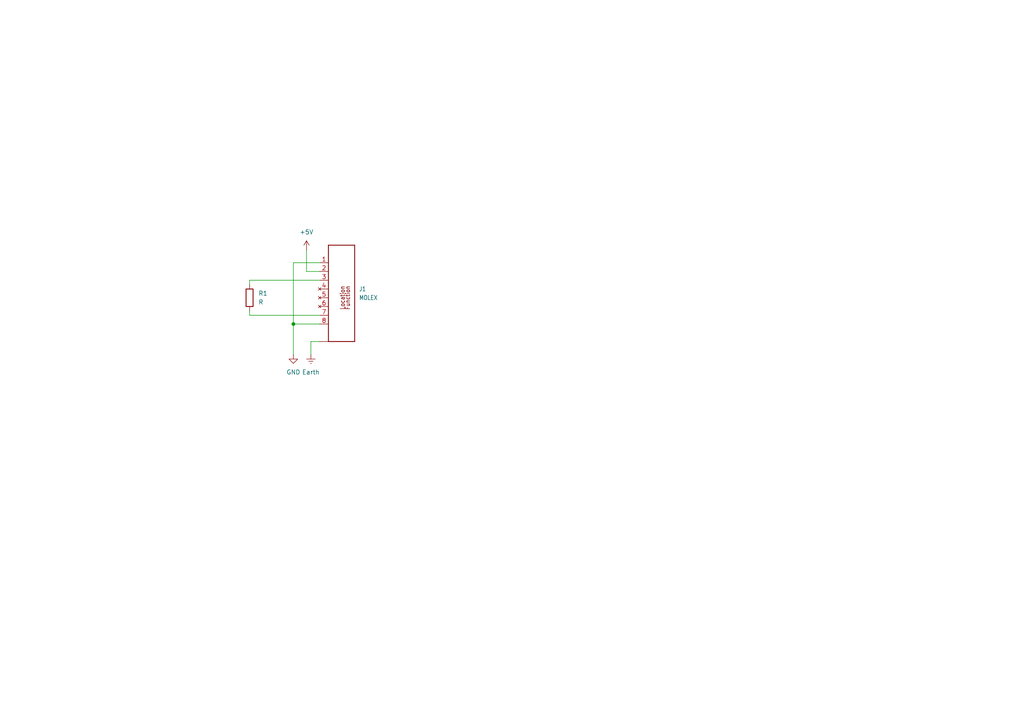
<source format=kicad_sch>
(kicad_sch (version 20250114) (generator "eeschema") (generator_version "9.0")
  (paper "A4")
  (lib_symbols
    (symbol "Device:R" (pin_numbers (hide yes)) (pin_names (offset 0))
      (property "Reference" "R" (at 2.032 0 90))
      (property "Value" "R" (at 0 0 90))
      (symbol "R_0_1"
        (rectangle (start -1.016 -2.54) (end 1.016 2.54) (stroke (width 0.254)))
      )
      (symbol "R_1_1"
        (pin passive line (at 0 3.81 270) (length 1.27) (name "") (number "1"))
        (pin passive line (at 0 -3.81 90) (length 1.27) (name "") (number "2"))
      )
    )
    (symbol "custom:MOLEX_PICOBLADE_8PHOR"
      (property "Reference" "J1" (at 6.35 0.0001 0))
      (property "Value" "MOLEX" (at 6.35 -2.5399 0))
      (symbol "MOLEX_PICOBLADE_8PHOR_1_0"
        (polyline (pts (xy -2.54 12.7) (xy 5.08 12.7)) (stroke (width 0.254)))
        (polyline (pts (xy -2.54 -15.24) (xy -2.54 12.7)) (stroke (width 0.254)))
        (polyline (pts (xy 5.08 12.7) (xy 5.08 -15.24)) (stroke (width 0.254)))
        (polyline (pts (xy 5.08 -15.24) (xy -2.54 -15.24)) (stroke (width 0.254)))
        (text "${LOCATION}" (at 2.286 -2.54 900) (effects (font (size 1.27 1.0795)) (justify bottom)))
        (text "${FUNCTION}" (at 3.81 -2.54 900) (effects (font (size 1.27 1.0795)) (justify bottom)))
        (pin no_connect line (at -5.08 7.62 0) (length 2.54) (name "1") (number "1") (alternate "1.pow" power_in line))
        (pin no_connect line (at -5.08 5.08 0) (length 2.54) (name "2") (number "2") (alternate "2.pow" power_in line))
        (pin no_connect line (at -5.08 2.54 0) (length 2.54) (name "3") (number "3") (alternate "3.out" output line))
        (pin no_connect line (at -5.08 0 0) (length 2.54) (name "4") (number "4"))
        (pin no_connect line (at -5.08 -2.54 0) (length 2.54) (name "5") (number "5"))
        (pin no_connect line (at -5.08 -5.08 0) (length 2.54) (name "6") (number "6"))
        (pin no_connect line (at -5.08 -7.62 0) (length 2.54) (name "7") (number "7") (alternate "7.in" input line))
        (pin no_connect line (at -5.08 -10.16 0) (length 2.54) (name "8") (number "8") (alternate "8.pow" power_in line))
        (pin passive line (at -5.08 -15.24 0) (length 2.54) (name "G") (number "G"))
      )
    )
    (symbol "power:+5V" (power) (pin_numbers (hide yes)) (pin_names (offset 0) (hide yes))
      (property "Value" "+5V" (at 0 3.556 0))
      (symbol "+5V_0_1"
        (polyline (pts (xy -0.762 1.27) (xy 0 2.54)))
        (polyline (pts (xy 0 2.54) (xy 0.762 1.27)))
        (polyline (pts (xy 0 0) (xy 0 2.54)))
      )
      (symbol "+5V_1_1"
        (pin power_in line (at 0 0 90) (length 0) (name "") (number "1"))
      )
    )
    (symbol "power:Earth" (power) (pin_numbers (hide yes)) (pin_names (offset 0) (hide yes))
      (property "Value" "Earth" (at 0 -3.81 0))
      (symbol "Earth_0_1"
        (polyline (pts (xy -0.635 -1.905) (xy 0.635 -1.905)))
        (polyline (pts (xy -0.127 -2.54) (xy 0.127 -2.54)))
        (polyline (pts (xy 0 -1.27) (xy 0 0)))
        (polyline (pts (xy 1.27 -1.27) (xy -1.27 -1.27)))
      )
      (symbol "Earth_1_1"
        (pin power_in line (at 0 0 270) (length 0) (name "") (number "1"))
      )
    )
    (symbol "power:GND" (power) (pin_numbers (hide yes)) (pin_names (offset 0) (hide yes))
      (property "Value" "GND" (at 0 -3.81 0))
      (symbol "GND_0_1"
        (polyline (pts (xy 0 0) (xy 0 -1.27) (xy 1.27 -1.27) (xy 0 -2.54) (xy -1.27 -1.27) (xy 0 -1.27)))
      )
      (symbol "GND_1_1"
        (pin power_in line (at 0 0 270) (length 0) (name "") (number "1"))
      )
    )
  )
  (junction (at 85.09 93.98))
  (wire (pts (xy 85.09 76.2) (xy 85.09 93.98)))
  (wire (pts (xy 88.9 78.74) (xy 92.71 78.74)))
  (wire (pts (xy 85.09 93.98) (xy 85.09 102.87)))
  (wire (pts (xy 88.9 72.39) (xy 88.9 78.74)))
  (wire (pts (xy 92.71 93.98) (xy 85.09 93.98)))
  (wire (pts (xy 92.71 76.2) (xy 85.09 76.2)))
  (wire (pts (xy 72.39 91.44) (xy 92.71 91.44)))
  (wire (pts (xy 72.39 90.17) (xy 72.39 91.44)))
  (wire (pts (xy 92.71 99.06) (xy 90.17 99.06)))
  (wire (pts (xy 72.39 81.28) (xy 72.39 82.55)))
  (wire (pts (xy 90.17 99.06) (xy 90.17 102.87)))
  (wire (pts (xy 92.71 81.28) (xy 72.39 81.28)))
  (symbol (lib_id "power:GND") (at 85.09 102.87 0) (unit 1) (convert 1)
    (property "Reference" "#PWR01" (hide yes))
    (property "Value" "GND" (at 85.09 107.95 0))
    (property "Description" "Power symbol creates a global label with name \"GND\" , ground" (hide yes))
  )
  (symbol (lib_id "power:+5V") (at 88.9 72.39 0) (unit 1) (convert 1)
    (property "Reference" "#PWR03" (hide yes))
    (property "Value" "+5V" (at 88.9 67.31 0))
    (property "Description" "Power symbol creates a global label with name \"+5V\"" (hide yes))
  )
  (symbol (lib_id "custom:MOLEX_PICOBLADE_8PHOR") (at 97.79 83.82 0) (unit 1) (convert 1)
    (property "Reference" "J1" (at 104.14 83.8199 0) (effects (font (size 1.27 1.0795)) (justify left)))
    (property "Value" "MOLEX" (at 104.14 86.3599 0) (effects (font (size 1.27 1.0795)) (justify left)))
    (property "Footprint" "custom:MOLEX_533980871" (hide yes))
    (property "Description" "1.25mm (.049\") Pitch PicoBlade Header, SMT, Vertical, Lead-free, 8 Circuits" (hide yes))
    (property "FUNCTION" "Function" (hide yes))
    (property "LOCATION" "Location" (hide yes))
    (pin "3" (alternate "3.out"))
    (pin "2" (alternate "2.pow"))
    (pin "1" (alternate "1.pow"))
    (pin "8" (alternate "8.pow"))
    (pin "7" (alternate "7.in"))
  )
  (symbol (lib_id "Device:R") (at 72.39 86.36 0) (unit 1) (convert 1)
    (property "Reference" "R1" (at 74.93 85.0899 0) (effects (justify left)))
    (property "Value" "R" (at 74.93 87.6299 0) (effects (justify left)))
    (property "Footprint" "Resistor_SMD:R_0402_1005Metric" (hide yes))
    (property "Description" "Resistor" (hide yes))
  )
  (symbol (lib_id "power:Earth") (at 90.17 102.87 0) (unit 1) (convert 1)
    (property "Reference" "#PWR02" (hide yes))
    (property "Value" "Earth" (at 90.17 107.95 0))
    (property "Description" "Power symbol creates a global label with name \"Earth\"" (hide yes))
  )
)
</source>
